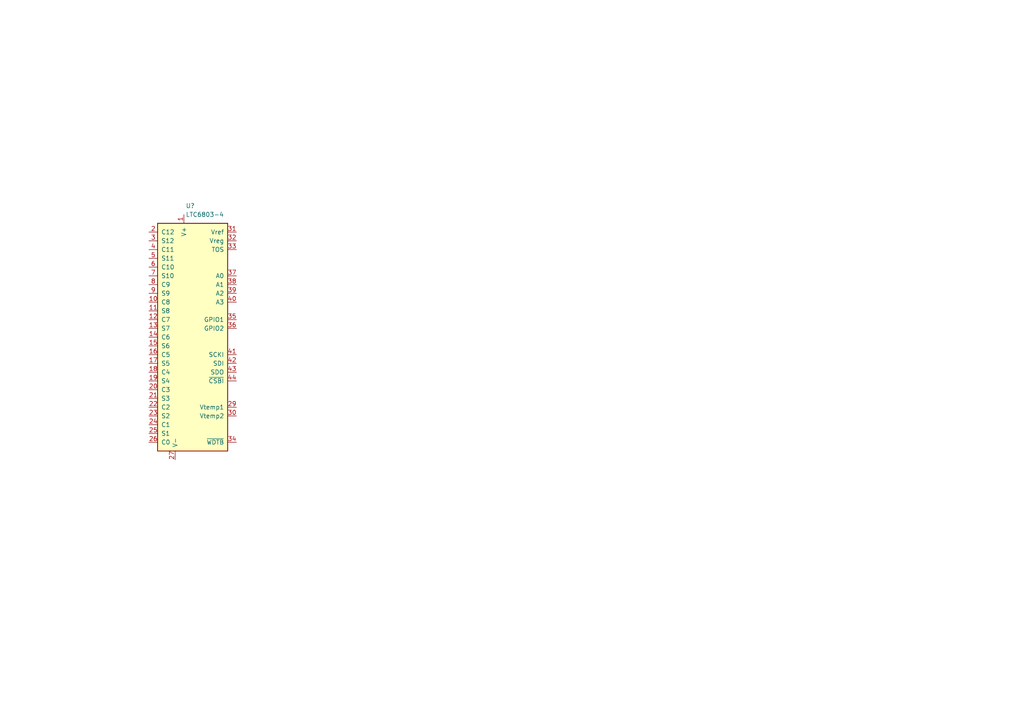
<source format=kicad_sch>
(kicad_sch (version 20211123) (generator eeschema)
  (paper "A4")
  (lib_symbols
    (symbol "Battery_Management:LTC6803-4" (pin_names (offset 1.016))
      (property "Reference" "U" (at -10.16 34.29 0))
      (property "Value" "LTC6803-4" (at -10.16 -34.29 0))
      (symbol "LTC6803-4_0_1"
        (rectangle (start 10.16 -33.02) (end -10.16 33.02) (stroke (width 0.254)) (fill (type background)))
      )
      (symbol "LTC6803-4_1_1"
        (pin input line (at 2.54 35.56 270) (length 2.54) (name "V+") (number "1"))
        (pin input line (at 12.7 10.16 180) (length 2.54) (name "C8") (number "10"))
        (pin input line (at 12.7 7.62 180) (length 2.54) (name "S8") (number "11"))
        (pin input line (at 12.7 5.08 180) (length 2.54) (name "C7") (number "12"))
        (pin input line (at 12.7 2.54 180) (length 2.54) (name "S7") (number "13"))
        (pin input line (at 12.7 0 180) (length 2.54) (name "C6") (number "14"))
        (pin input line (at 12.7 -2.54 180) (length 2.54) (name "S6") (number "15"))
        (pin input line (at 12.7 -5.08 180) (length 2.54) (name "C5") (number "16"))
        (pin input line (at 12.7 -7.62 180) (length 2.54) (name "S5") (number "17"))
        (pin input line (at 12.7 -10.16 180) (length 2.54) (name "C4") (number "18"))
        (pin input line (at 12.7 -12.7 180) (length 2.54) (name "S4") (number "19"))
        (pin input line (at 12.7 30.48 180) (length 2.54) (name "C12") (number "2"))
        (pin input line (at 12.7 -15.24 180) (length 2.54) (name "C3") (number "20"))
        (pin input line (at 12.7 -17.78 180) (length 2.54) (name "S3") (number "21"))
        (pin input line (at 12.7 -20.32 180) (length 2.54) (name "C2") (number "22"))
        (pin input line (at 12.7 -22.86 180) (length 2.54) (name "S2") (number "23"))
        (pin input line (at 12.7 -25.4 180) (length 2.54) (name "C1") (number "24"))
        (pin input line (at 12.7 -27.94 180) (length 2.54) (name "S1") (number "25"))
        (pin input line (at 12.7 -30.48 180) (length 2.54) (name "C0") (number "26"))
        (pin input line (at 5.08 -35.56 90) (length 2.54) (name "V-") (number "27"))
        (pin no_connect line (at 0 35.56 270) (length 2.54) hide (name "NC") (number "28"))
        (pin input line (at -12.7 -20.32 0) (length 2.54) (name "Vtemp1") (number "29"))
        (pin input line (at 12.7 27.94 180) (length 2.54) (name "S12") (number "3"))
        (pin input line (at -12.7 -22.86 0) (length 2.54) (name "Vtemp2") (number "30"))
        (pin input line (at -12.7 30.48 0) (length 2.54) (name "Vref") (number "31"))
        (pin input line (at -12.7 27.94 0) (length 2.54) (name "Vreg") (number "32"))
        (pin input line (at -12.7 25.4 0) (length 2.54) (name "TOS") (number "33"))
        (pin open_collector line (at -12.7 -30.48 0) (length 2.54) (name "~{WDTB}") (number "34"))
        (pin input line (at -12.7 5.08 0) (length 2.54) (name "GPIO1") (number "35"))
        (pin input line (at -12.7 2.54 0) (length 2.54) (name "GPIO2") (number "36"))
        (pin input line (at -12.7 17.78 0) (length 2.54) (name "A0") (number "37"))
        (pin input line (at -12.7 15.24 0) (length 2.54) (name "A1") (number "38"))
        (pin input line (at -12.7 12.7 0) (length 2.54) (name "A2") (number "39"))
        (pin input line (at 12.7 25.4 180) (length 2.54) (name "C11") (number "4"))
        (pin input line (at -12.7 10.16 0) (length 2.54) (name "A3") (number "40"))
        (pin input line (at -12.7 -5.08 0) (length 2.54) (name "SCKI") (number "41"))
        (pin input line (at -12.7 -7.62 0) (length 2.54) (name "SDI") (number "42"))
        (pin open_collector line (at -12.7 -10.16 0) (length 2.54) (name "SDO") (number "43"))
        (pin input line (at -12.7 -12.7 0) (length 2.54) (name "~{CSBI}") (number "44"))
        (pin input line (at 12.7 22.86 180) (length 2.54) (name "S11") (number "5"))
        (pin input line (at 12.7 20.32 180) (length 2.54) (name "C10") (number "6"))
        (pin input line (at 12.7 17.78 180) (length 2.54) (name "S10") (number "7"))
        (pin input line (at 12.7 15.24 180) (length 2.54) (name "C9") (number "8"))
        (pin input line (at 12.7 12.7 180) (length 2.54) (name "S9") (number "9"))
      )
    )
  )
  (symbol (lib_id "Battery_Management:LTC6803-4") (at 55.88 97.79 0) (mirror y) (unit 1)
    (property "Reference" "U?" (at 53.8606 59.69 0) (effects (justify right)))
    (property "Value" "LTC6803-4" (at 53.8606 62.23 0) (effects (justify right)))
    (property "Footprint" "Package_SO:SSOP-44_5.3x12.8mm_P0.5mm" (effects hide))
    (property "Datasheet" "https://www.analog.com/media/en/technical-documentation/data-sheets/680324fa.pdf" (effects hide))
  )
)
</source>
